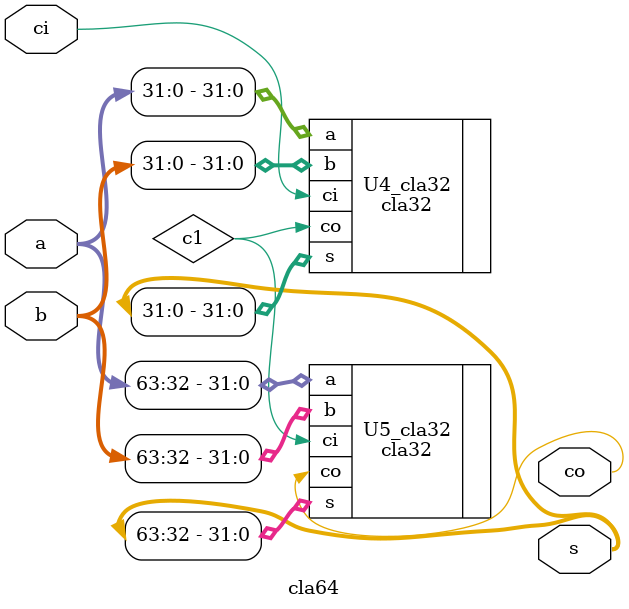
<source format=v>
module cla64(a, b, ci, s, co);


	input [63:0] a, b;
	input ci;
	output [63:0] s;
	output co;

	
	wire c1;

   cla32 U4_cla32 (.a(a[31:0]), .b(b[31:0]), .ci(ci), .s(s[31:0]), .co(c1));
	cla32 U5_cla32 (.a(a[63:32]), .b(b[63:32]), .ci(c1), .s(s[63:32]), .co(co));
	
	endmodule 
</source>
